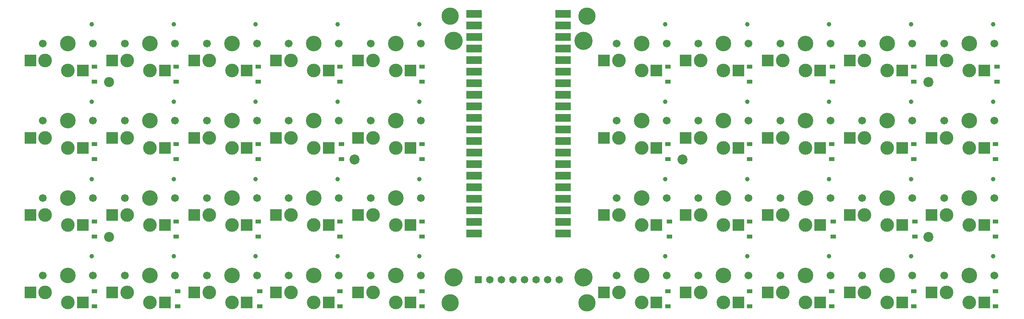
<source format=gbs>
G04 #@! TF.GenerationSoftware,KiCad,Pcbnew,(6.0.4-0)*
G04 #@! TF.CreationDate,2022-07-14T20:21:05-05:00*
G04 #@! TF.ProjectId,keezyboost40,6b65657a-7962-46f6-9f73-7434302e6b69,rev?*
G04 #@! TF.SameCoordinates,Original*
G04 #@! TF.FileFunction,Soldermask,Bot*
G04 #@! TF.FilePolarity,Negative*
%FSLAX46Y46*%
G04 Gerber Fmt 4.6, Leading zero omitted, Abs format (unit mm)*
G04 Created by KiCad (PCBNEW (6.0.4-0)) date 2022-07-14 20:21:05*
%MOMM*%
%LPD*%
G01*
G04 APERTURE LIST*
%ADD10C,3.429000*%
%ADD11C,0.990600*%
%ADD12C,1.701800*%
%ADD13C,3.000000*%
%ADD14R,2.600000X2.600000*%
%ADD15C,2.200000*%
%ADD16C,3.800000*%
%ADD17C,4.000000*%
%ADD18R,1.650000X1.650000*%
%ADD19C,1.650000*%
%ADD20R,1.200000X0.900000*%
%ADD21R,3.500000X1.700000*%
%ADD22O,1.700000X1.700000*%
%ADD23R,1.700000X1.700000*%
G04 APERTURE END LIST*
D10*
X202000000Y-55000000D03*
D11*
X207220000Y-50800000D03*
D12*
X196500000Y-55000000D03*
D13*
X202000000Y-60950000D03*
D12*
X207500000Y-55000000D03*
D13*
X197000000Y-58750000D03*
D14*
X205275000Y-60950000D03*
X193725000Y-58750000D03*
D12*
X52500000Y-38000000D03*
X63500000Y-38000000D03*
D11*
X63220000Y-33800000D03*
D13*
X53000000Y-41750000D03*
D10*
X58000000Y-38000000D03*
D13*
X58000000Y-43950000D03*
D14*
X61275000Y-43950000D03*
X49725000Y-41750000D03*
D11*
X99220000Y-16800000D03*
D12*
X88500000Y-21000000D03*
X99500000Y-21000000D03*
D13*
X89000000Y-24750000D03*
D10*
X94000000Y-21000000D03*
D13*
X94000000Y-26950000D03*
D14*
X97275000Y-26950000D03*
X85725000Y-24750000D03*
D15*
X85000000Y-46500000D03*
D11*
X81220000Y-67800000D03*
D13*
X76000000Y-77950000D03*
X71000000Y-75750000D03*
D12*
X70500000Y-72000000D03*
D10*
X76000000Y-72000000D03*
D12*
X81500000Y-72000000D03*
D14*
X79275000Y-77950000D03*
X67725000Y-75750000D03*
D13*
X148000000Y-77950000D03*
D12*
X142500000Y-72000000D03*
D10*
X148000000Y-72000000D03*
D11*
X153220000Y-67800000D03*
D13*
X143000000Y-75750000D03*
D12*
X153500000Y-72000000D03*
D14*
X151275000Y-77950000D03*
X139725000Y-75750000D03*
D11*
X189220000Y-16800000D03*
D12*
X189500000Y-21000000D03*
D13*
X179000000Y-24750000D03*
D12*
X178500000Y-21000000D03*
D13*
X184000000Y-26950000D03*
D10*
X184000000Y-21000000D03*
D14*
X187275000Y-26950000D03*
X175725000Y-24750000D03*
D13*
X22000000Y-26950000D03*
X17000000Y-24750000D03*
D11*
X27220000Y-16800000D03*
D12*
X27500000Y-21000000D03*
X16500000Y-21000000D03*
D10*
X22000000Y-21000000D03*
D14*
X25275000Y-26950000D03*
X13725000Y-24750000D03*
D13*
X35000000Y-41750000D03*
X40000000Y-43950000D03*
D12*
X34500000Y-38000000D03*
D11*
X45220000Y-33800000D03*
D12*
X45500000Y-38000000D03*
D10*
X40000000Y-38000000D03*
D14*
X43275000Y-43950000D03*
X31725000Y-41750000D03*
D11*
X81220000Y-33800000D03*
D13*
X71000000Y-41750000D03*
D12*
X81500000Y-38000000D03*
D10*
X76000000Y-38000000D03*
D12*
X70500000Y-38000000D03*
D13*
X76000000Y-43950000D03*
D14*
X79275000Y-43950000D03*
X67725000Y-41750000D03*
D12*
X45500000Y-72000000D03*
D13*
X35000000Y-75750000D03*
D12*
X34500000Y-72000000D03*
D10*
X40000000Y-72000000D03*
D11*
X45220000Y-67800000D03*
D13*
X40000000Y-77950000D03*
D14*
X43275000Y-77950000D03*
X31725000Y-75750000D03*
D13*
X220000000Y-43950000D03*
D12*
X214500000Y-38000000D03*
X225500000Y-38000000D03*
D13*
X215000000Y-41750000D03*
D10*
X220000000Y-38000000D03*
D11*
X225220000Y-33800000D03*
D14*
X223275000Y-43950000D03*
X211725000Y-41750000D03*
D10*
X22000000Y-55000000D03*
D12*
X27500000Y-55000000D03*
D11*
X27220000Y-50800000D03*
D12*
X16500000Y-55000000D03*
D13*
X17000000Y-58750000D03*
X22000000Y-60950000D03*
D14*
X25275000Y-60950000D03*
X13725000Y-58750000D03*
D12*
X34500000Y-21000000D03*
D11*
X45220000Y-16800000D03*
D10*
X40000000Y-21000000D03*
D13*
X35000000Y-24750000D03*
D12*
X45500000Y-21000000D03*
D13*
X40000000Y-26950000D03*
D14*
X43275000Y-26950000D03*
X31725000Y-24750000D03*
D12*
X99500000Y-72000000D03*
X88500000Y-72000000D03*
D13*
X89000000Y-75750000D03*
D11*
X99220000Y-67800000D03*
D13*
X94000000Y-77950000D03*
D10*
X94000000Y-72000000D03*
D14*
X97275000Y-77950000D03*
X85725000Y-75750000D03*
D13*
X197000000Y-24750000D03*
D12*
X196500000Y-21000000D03*
D10*
X202000000Y-21000000D03*
D13*
X202000000Y-26950000D03*
D11*
X207220000Y-16800000D03*
D12*
X207500000Y-21000000D03*
D14*
X205275000Y-26950000D03*
X193725000Y-24750000D03*
D11*
X207220000Y-67800000D03*
D13*
X197000000Y-75750000D03*
D12*
X207500000Y-72000000D03*
X196500000Y-72000000D03*
D13*
X202000000Y-77950000D03*
D10*
X202000000Y-72000000D03*
D14*
X205275000Y-77950000D03*
X193725000Y-75750000D03*
D11*
X225220000Y-50800000D03*
D10*
X220000000Y-55000000D03*
D12*
X214500000Y-55000000D03*
D13*
X220000000Y-60950000D03*
X215000000Y-58750000D03*
D12*
X225500000Y-55000000D03*
D14*
X223275000Y-60950000D03*
X211725000Y-58750000D03*
D11*
X27220000Y-33800000D03*
D12*
X27500000Y-38000000D03*
D13*
X17000000Y-41750000D03*
D10*
X22000000Y-38000000D03*
D12*
X16500000Y-38000000D03*
D13*
X22000000Y-43950000D03*
D14*
X25275000Y-43950000D03*
X13725000Y-41750000D03*
D13*
X53000000Y-58750000D03*
D12*
X52500000Y-55000000D03*
D10*
X58000000Y-55000000D03*
D11*
X63220000Y-50800000D03*
D12*
X63500000Y-55000000D03*
D13*
X58000000Y-60950000D03*
D14*
X61275000Y-60950000D03*
X49725000Y-58750000D03*
D12*
X207500000Y-38000000D03*
D13*
X202000000Y-43950000D03*
D11*
X207220000Y-33800000D03*
D12*
X196500000Y-38000000D03*
D13*
X197000000Y-41750000D03*
D10*
X202000000Y-38000000D03*
D14*
X205275000Y-43950000D03*
X193725000Y-41750000D03*
D13*
X143000000Y-58750000D03*
D12*
X142500000Y-55000000D03*
D10*
X148000000Y-55000000D03*
D13*
X148000000Y-60950000D03*
D11*
X153220000Y-50800000D03*
D12*
X153500000Y-55000000D03*
D14*
X151275000Y-60950000D03*
X139725000Y-58750000D03*
D12*
X178500000Y-38000000D03*
D13*
X179000000Y-41750000D03*
D12*
X189500000Y-38000000D03*
D10*
X184000000Y-38000000D03*
D13*
X184000000Y-43950000D03*
D11*
X189220000Y-33800000D03*
D14*
X187275000Y-43950000D03*
X175725000Y-41750000D03*
D15*
X31000000Y-63500000D03*
D13*
X179000000Y-75750000D03*
D12*
X178500000Y-72000000D03*
D10*
X184000000Y-72000000D03*
D13*
X184000000Y-77950000D03*
D11*
X189220000Y-67800000D03*
D12*
X189500000Y-72000000D03*
D14*
X187275000Y-77950000D03*
X175725000Y-75750000D03*
D11*
X63220000Y-67800000D03*
D12*
X63500000Y-72000000D03*
D13*
X58000000Y-77950000D03*
D10*
X58000000Y-72000000D03*
D12*
X52500000Y-72000000D03*
D13*
X53000000Y-75750000D03*
D14*
X61275000Y-77950000D03*
X49725000Y-75750000D03*
D11*
X225220000Y-67800000D03*
D12*
X214500000Y-72000000D03*
X225500000Y-72000000D03*
D13*
X220000000Y-77950000D03*
X215000000Y-75750000D03*
D10*
X220000000Y-72000000D03*
D14*
X223275000Y-77950000D03*
X211725000Y-75750000D03*
D12*
X225500000Y-21000000D03*
D11*
X225220000Y-16800000D03*
D12*
X214500000Y-21000000D03*
D10*
X220000000Y-21000000D03*
D13*
X220000000Y-26950000D03*
X215000000Y-24750000D03*
D14*
X223275000Y-26950000D03*
X211725000Y-24750000D03*
D15*
X31000000Y-29500000D03*
D12*
X99500000Y-38000000D03*
D11*
X99220000Y-33800000D03*
D12*
X88500000Y-38000000D03*
D13*
X89000000Y-41750000D03*
D10*
X94000000Y-38000000D03*
D13*
X94000000Y-43950000D03*
D14*
X97275000Y-43950000D03*
X85725000Y-41750000D03*
D12*
X160500000Y-55000000D03*
D13*
X161000000Y-58750000D03*
X166000000Y-60950000D03*
D10*
X166000000Y-55000000D03*
D12*
X171500000Y-55000000D03*
D11*
X171220000Y-50800000D03*
D14*
X169275000Y-60950000D03*
X157725000Y-58750000D03*
D11*
X63220000Y-16800000D03*
D10*
X58000000Y-21000000D03*
D12*
X63500000Y-21000000D03*
D13*
X53000000Y-24750000D03*
X58000000Y-26950000D03*
D12*
X52500000Y-21000000D03*
D14*
X61275000Y-26950000D03*
X49725000Y-24750000D03*
D15*
X211000000Y-29500000D03*
X157000000Y-46500000D03*
X211000000Y-63500000D03*
D13*
X17000000Y-75750000D03*
D11*
X27220000Y-67800000D03*
D12*
X27500000Y-72000000D03*
D10*
X22000000Y-72000000D03*
D13*
X22000000Y-77950000D03*
D12*
X16500000Y-72000000D03*
D14*
X25275000Y-77950000D03*
X13725000Y-75750000D03*
D10*
X148000000Y-21000000D03*
D12*
X142500000Y-21000000D03*
D13*
X148000000Y-26950000D03*
D12*
X153500000Y-21000000D03*
D13*
X143000000Y-24750000D03*
D11*
X153220000Y-16800000D03*
D14*
X151275000Y-26950000D03*
X139725000Y-24750000D03*
D16*
X106000000Y-78000000D03*
X136000000Y-78000000D03*
D11*
X171220000Y-67800000D03*
D13*
X166000000Y-77950000D03*
X161000000Y-75750000D03*
D12*
X171500000Y-72000000D03*
X160500000Y-72000000D03*
D10*
X166000000Y-72000000D03*
D14*
X169275000Y-77950000D03*
X157725000Y-75750000D03*
D12*
X171500000Y-38000000D03*
D13*
X166000000Y-43950000D03*
D11*
X171220000Y-33800000D03*
D12*
X160500000Y-38000000D03*
D13*
X161000000Y-41750000D03*
D10*
X166000000Y-38000000D03*
D14*
X169275000Y-43950000D03*
X157725000Y-41750000D03*
D17*
X106750000Y-72450000D03*
X106750000Y-20450000D03*
X135250000Y-20450000D03*
X135250000Y-72450000D03*
D18*
X112110000Y-72950000D03*
D19*
X114650000Y-72950000D03*
X117190000Y-72950000D03*
X119730000Y-72950000D03*
X122270000Y-72950000D03*
X124810000Y-72950000D03*
X127350000Y-72950000D03*
X129890000Y-72950000D03*
D16*
X106000000Y-15000000D03*
D10*
X166000000Y-21000000D03*
D12*
X160500000Y-21000000D03*
X171500000Y-21000000D03*
D13*
X166000000Y-26950000D03*
D11*
X171220000Y-16800000D03*
D13*
X161000000Y-24750000D03*
D14*
X169275000Y-26950000D03*
X157725000Y-24750000D03*
D10*
X76000000Y-21000000D03*
D11*
X81220000Y-16800000D03*
D13*
X71000000Y-24750000D03*
D12*
X70500000Y-21000000D03*
D13*
X76000000Y-26950000D03*
D12*
X81500000Y-21000000D03*
D14*
X79275000Y-26950000D03*
X67725000Y-24750000D03*
D13*
X179000000Y-58750000D03*
D11*
X189220000Y-50800000D03*
D10*
X184000000Y-55000000D03*
D12*
X178500000Y-55000000D03*
D13*
X184000000Y-60950000D03*
D12*
X189500000Y-55000000D03*
D14*
X187275000Y-60950000D03*
X175725000Y-58750000D03*
D11*
X81220000Y-50800000D03*
D13*
X71000000Y-58750000D03*
D12*
X70500000Y-55000000D03*
D10*
X76000000Y-55000000D03*
D13*
X76000000Y-60950000D03*
D12*
X81500000Y-55000000D03*
D14*
X79275000Y-60950000D03*
X67725000Y-58750000D03*
D13*
X40000000Y-60950000D03*
D12*
X45500000Y-55000000D03*
D10*
X40000000Y-55000000D03*
D13*
X35000000Y-58750000D03*
D11*
X45220000Y-50800000D03*
D12*
X34500000Y-55000000D03*
D14*
X43275000Y-60950000D03*
X31725000Y-58750000D03*
D16*
X136000000Y-15000000D03*
D13*
X89000000Y-58750000D03*
D11*
X99220000Y-50800000D03*
D12*
X99500000Y-55000000D03*
D13*
X94000000Y-60950000D03*
D12*
X88500000Y-55000000D03*
D10*
X94000000Y-55000000D03*
D14*
X97275000Y-60950000D03*
X85725000Y-58750000D03*
D13*
X143000000Y-41750000D03*
D10*
X148000000Y-38000000D03*
D11*
X153220000Y-33800000D03*
D13*
X148000000Y-43950000D03*
D12*
X153500000Y-38000000D03*
X142500000Y-38000000D03*
D14*
X151275000Y-43950000D03*
X139725000Y-41750000D03*
D20*
X225775100Y-63450000D03*
X225775100Y-60150000D03*
X207775100Y-29450000D03*
X207775100Y-26150000D03*
X63775100Y-46450000D03*
X63775100Y-43150000D03*
X171775100Y-75450000D03*
X171775100Y-78750000D03*
X27775100Y-63450000D03*
X27775100Y-60150000D03*
X99775100Y-75450000D03*
X99775100Y-78750000D03*
X99775100Y-46450000D03*
X99775100Y-43150000D03*
X64100000Y-75450000D03*
X64100000Y-78750000D03*
X63775100Y-29450000D03*
X63775100Y-26150000D03*
X27775100Y-29450000D03*
X27775100Y-26150000D03*
X207775100Y-75450000D03*
X207775100Y-78750000D03*
D21*
X130790000Y-14520000D03*
D22*
X129890000Y-14520000D03*
X129890000Y-17060000D03*
D21*
X130790000Y-17060000D03*
D23*
X129890000Y-19600000D03*
D21*
X130790000Y-19600000D03*
D22*
X129890000Y-22140000D03*
D21*
X130790000Y-22140000D03*
X130790000Y-24680000D03*
D22*
X129890000Y-24680000D03*
D21*
X130790000Y-27220000D03*
D22*
X129890000Y-27220000D03*
D21*
X130790000Y-29760000D03*
D22*
X129890000Y-29760000D03*
D23*
X129890000Y-32300000D03*
D21*
X130790000Y-32300000D03*
X130790000Y-34840000D03*
D22*
X129890000Y-34840000D03*
X129890000Y-37380000D03*
D21*
X130790000Y-37380000D03*
X130790000Y-39920000D03*
D22*
X129890000Y-39920000D03*
X129890000Y-42460000D03*
D21*
X130790000Y-42460000D03*
X130790000Y-45000000D03*
D23*
X129890000Y-45000000D03*
D21*
X130790000Y-47540000D03*
D22*
X129890000Y-47540000D03*
X129890000Y-50080000D03*
D21*
X130790000Y-50080000D03*
D22*
X129890000Y-52620000D03*
D21*
X130790000Y-52620000D03*
D22*
X129890000Y-55160000D03*
D21*
X130790000Y-55160000D03*
X130790000Y-57700000D03*
D23*
X129890000Y-57700000D03*
D21*
X130790000Y-60240000D03*
D22*
X129890000Y-60240000D03*
X129890000Y-62780000D03*
D21*
X130790000Y-62780000D03*
D22*
X112110000Y-62780000D03*
D21*
X111210000Y-62780000D03*
D22*
X112110000Y-60240000D03*
D21*
X111210000Y-60240000D03*
D23*
X112110000Y-57700000D03*
D21*
X111210000Y-57700000D03*
D22*
X112110000Y-55160000D03*
D21*
X111210000Y-55160000D03*
X111210000Y-52620000D03*
D22*
X112110000Y-52620000D03*
D21*
X111210000Y-50080000D03*
D22*
X112110000Y-50080000D03*
D21*
X111210000Y-47540000D03*
D22*
X112110000Y-47540000D03*
D23*
X112110000Y-45000000D03*
D21*
X111210000Y-45000000D03*
D22*
X112110000Y-42460000D03*
D21*
X111210000Y-42460000D03*
X111210000Y-39920000D03*
D22*
X112110000Y-39920000D03*
D21*
X111210000Y-37380000D03*
D22*
X112110000Y-37380000D03*
X112110000Y-34840000D03*
D21*
X111210000Y-34840000D03*
D23*
X112110000Y-32300000D03*
D21*
X111210000Y-32300000D03*
X111210000Y-29760000D03*
D22*
X112110000Y-29760000D03*
D21*
X111210000Y-27220000D03*
D22*
X112110000Y-27220000D03*
X112110000Y-24680000D03*
D21*
X111210000Y-24680000D03*
D22*
X112110000Y-22140000D03*
D21*
X111210000Y-22140000D03*
D23*
X112110000Y-19600000D03*
D21*
X111210000Y-19600000D03*
X111210000Y-17060000D03*
D22*
X112110000Y-17060000D03*
D21*
X111210000Y-14520000D03*
D22*
X112110000Y-14520000D03*
D20*
X45775100Y-63450000D03*
X45775100Y-60150000D03*
X153775100Y-46450000D03*
X153775100Y-43150000D03*
X45775100Y-29450000D03*
X45775100Y-26150000D03*
X225775100Y-46450000D03*
X225775100Y-43150000D03*
X81775100Y-29450000D03*
X81775100Y-26150000D03*
X208100000Y-63450000D03*
X208100000Y-60150000D03*
X153775100Y-75450000D03*
X153775100Y-78750000D03*
X99775100Y-29450000D03*
X99775100Y-26150000D03*
X27775100Y-46450000D03*
X27775100Y-43150000D03*
X81775100Y-63450000D03*
X81775100Y-60150000D03*
X226100000Y-29450000D03*
X226100000Y-26150000D03*
X46100000Y-75450000D03*
X46100000Y-78750000D03*
X82100000Y-46450000D03*
X82100000Y-43150000D03*
X171775100Y-46450000D03*
X171775100Y-43150000D03*
X189775100Y-46450000D03*
X189775100Y-43150000D03*
X171775100Y-29450000D03*
X171775100Y-26150000D03*
X153775100Y-29450000D03*
X153775100Y-26150000D03*
X171775100Y-63450000D03*
X171775100Y-60150000D03*
X63775100Y-63450000D03*
X63775100Y-60150000D03*
X189775100Y-75450000D03*
X189775100Y-78750000D03*
X225775100Y-75450000D03*
X225775100Y-78750000D03*
X154100000Y-63450000D03*
X154100000Y-60150000D03*
X99775100Y-63450000D03*
X99775100Y-60150000D03*
X45775100Y-46450000D03*
X45775100Y-43150000D03*
X27775100Y-75450000D03*
X27775100Y-78750000D03*
X189925100Y-29450000D03*
X189925100Y-26150000D03*
X81775100Y-75450000D03*
X81775100Y-78750000D03*
X207775100Y-46450000D03*
X207775100Y-43150000D03*
X190100000Y-63450000D03*
X190100000Y-60150000D03*
M02*

</source>
